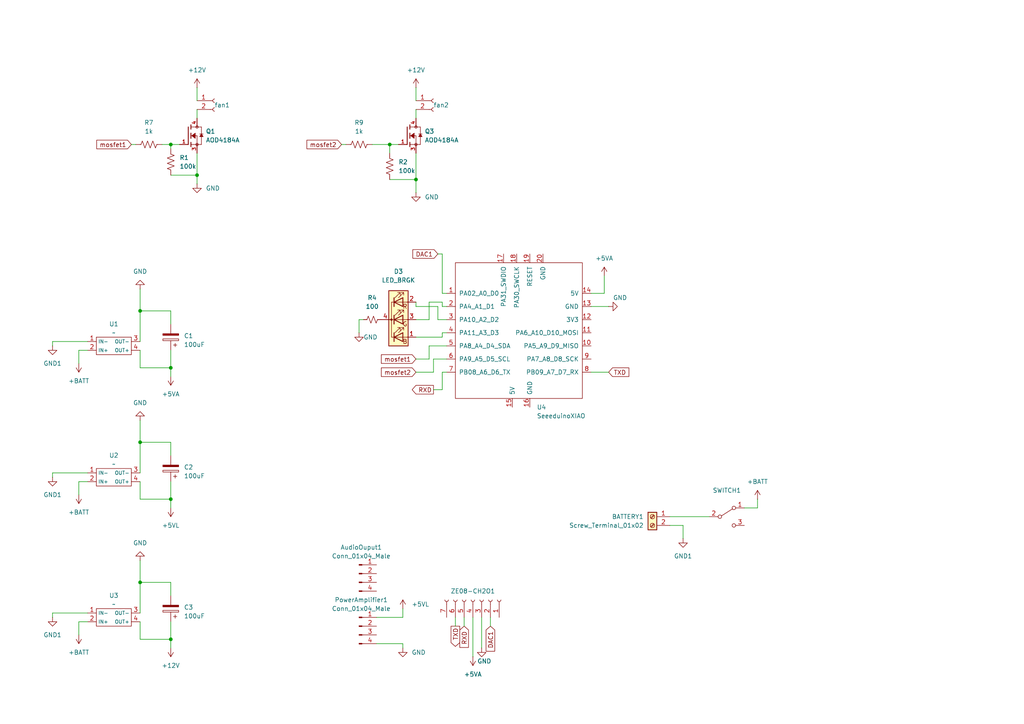
<source format=kicad_sch>
(kicad_sch (version 20231120) (generator "eeschema") (generator_version "8.0")
  (paper "A4")
  (title_block (title "PCB CIGARETTE V1") (company "UCB IMT"))
  (lib_symbols
    (symbol "AOD4184A:AOD4184A" (pin_names (offset 1.016))
      (property "Reference" "Q" (at -8.89 2.54 0))
      (property "Value" "AOD4184A" (at -8.89 -7.62 0))
      (symbol "AOD4184A_0_0"
        (polyline (pts (xy 0 2.54) (xy 0 -2.54)) (stroke (width 0.254)))
        (polyline (pts (xy 0.762 -2.54) (xy 0.762 -3.175)) (stroke (width 0.254)))
        (polyline (pts (xy 0.762 -1.905) (xy 0.762 -2.54)) (stroke (width 0.254)))
        (polyline (pts (xy 0.762 0) (xy 0.762 -0.762)) (stroke (width 0.254)))
        (polyline (pts (xy 0.762 0) (xy 2.54 0)) (stroke (width 0.1524)))
        (polyline (pts (xy 0.762 0.762) (xy 0.762 0)) (stroke (width 0.254)))
        (polyline (pts (xy 0.762 2.54) (xy 0.762 1.905)) (stroke (width 0.254)))
        (polyline (pts (xy 0.762 2.54) (xy 3.81 2.54)) (stroke (width 0.1524)))
        (polyline (pts (xy 0.762 3.175) (xy 0.762 2.54)) (stroke (width 0.254)))
        (polyline (pts (xy 2.54 -2.54) (xy 0.762 -2.54)) (stroke (width 0.1524)))
        (polyline (pts (xy 2.54 -2.54) (xy 3.81 -2.54)) (stroke (width 0.1524)))
        (polyline (pts (xy 2.54 0) (xy 2.54 -2.54)) (stroke (width 0.1524)))
        (polyline (pts (xy 3.81 0.508) (xy 3.302 0.508)) (stroke (width 0.1524)))
        (polyline (pts (xy 3.81 0.508) (xy 3.81 -2.54)) (stroke (width 0.1524)))
        (polyline (pts (xy 3.81 2.54) (xy 3.81 0.508)) (stroke (width 0.1524)))
        (polyline (pts (xy 4.318 0.508) (xy 3.81 0.508)) (stroke (width 0.1524)))
        (polyline (pts (xy 1.016 0) (xy 2.032 0.762) (xy 2.032 -0.762) (xy 1.016 0)) (stroke (width 0.1524)) (fill (type outline)))
        (polyline (pts (xy 3.81 0.508) (xy 3.302 -0.254) (xy 4.318 -0.254) (xy 3.81 0.508)) (stroke (width 0.1524)) (fill (type outline)))
        (circle (center 2.54 -2.54) (radius 0.3592))
        (circle (center 2.54 2.54) (radius 0.3592))
        (pin passive line (at -2.54 -2.54 0) (length 2.54) (name "~") (number "1"))
        (pin passive line (at 2.54 -5.08 90) (length 2.54) (name "~") (number "3"))
        (pin passive line (at 2.54 5.08 270) (length 2.54) (name "~") (number "4"))
      )
    )
    (symbol "Connector:Conn_01x02_Female" (pin_names (offset 1.016) hide)
      (property "Reference" "J" (at 0 2.54 0))
      (property "Value" "Conn_01x02_Female" (at 0 -5.08 0))
      (symbol "Conn_01x02_Female_1_1"
        (arc (start 0 -2.032) (mid -0.5058 -2.54) (end 0 -3.048) (stroke (width 0.1524)))
        (polyline (pts (xy -1.27 -2.54) (xy -0.508 -2.54)) (stroke (width 0.1524)))
        (polyline (pts (xy -1.27 0) (xy -0.508 0)) (stroke (width 0.1524)))
        (arc (start 0 0.508) (mid -0.5058 0) (end 0 -0.508) (stroke (width 0.1524)))
        (pin passive line (at -5.08 0 0) (length 3.81) (name "Pin_1") (number "1"))
        (pin passive line (at -5.08 -2.54 0) (length 3.81) (name "Pin_2") (number "2"))
      )
    )
    (symbol "Connector:Conn_01x04_Male" (pin_names (offset 1.016) hide)
      (property "Reference" "J" (at 0 5.08 0))
      (property "Value" "Conn_01x04_Male" (at 0 -7.62 0))
      (symbol "Conn_01x04_Male_1_1"
        (polyline (pts (xy 1.27 -5.08) (xy 0.8636 -5.08)) (stroke (width 0.1524)))
        (polyline (pts (xy 1.27 -2.54) (xy 0.8636 -2.54)) (stroke (width 0.1524)))
        (polyline (pts (xy 1.27 0) (xy 0.8636 0)) (stroke (width 0.1524)))
        (polyline (pts (xy 1.27 2.54) (xy 0.8636 2.54)) (stroke (width 0.1524)))
        (rectangle (start 0.8636 -4.953) (end 0 -5.207) (stroke (width 0.1524)) (fill (type outline)))
        (rectangle (start 0.8636 -2.413) (end 0 -2.667) (stroke (width 0.1524)) (fill (type outline)))
        (rectangle (start 0.8636 0.127) (end 0 -0.127) (stroke (width 0.1524)) (fill (type outline)))
        (rectangle (start 0.8636 2.667) (end 0 2.413) (stroke (width 0.1524)) (fill (type outline)))
        (pin passive line (at 5.08 2.54 180) (length 3.81) (name "Pin_1") (number "1"))
        (pin passive line (at 5.08 0 180) (length 3.81) (name "Pin_2") (number "2"))
        (pin passive line (at 5.08 -2.54 180) (length 3.81) (name "Pin_3") (number "3"))
        (pin passive line (at 5.08 -5.08 180) (length 3.81) (name "Pin_4") (number "4"))
      )
    )
    (symbol "Connector:Conn_01x07_Female" (pin_names (offset 1.016) hide)
      (property "Reference" "J" (at 0 10.16 0))
      (property "Value" "Conn_01x07_Female" (at 0 -10.16 0))
      (symbol "Conn_01x07_Female_1_1"
        (arc (start 0 -7.112) (mid -0.5058 -7.62) (end 0 -8.128) (stroke (width 0.1524)))
        (arc (start 0 -4.572) (mid -0.5058 -5.08) (end 0 -5.588) (stroke (width 0.1524)))
        (arc (start 0 -2.032) (mid -0.5058 -2.54) (end 0 -3.048) (stroke (width 0.1524)))
        (polyline (pts (xy -1.27 -7.62) (xy -0.508 -7.62)) (stroke (width 0.1524)))
        (polyline (pts (xy -1.27 -5.08) (xy -0.508 -5.08)) (stroke (width 0.1524)))
        (polyline (pts (xy -1.27 -2.54) (xy -0.508 -2.54)) (stroke (width 0.1524)))
        (polyline (pts (xy -1.27 0) (xy -0.508 0)) (stroke (width 0.1524)))
        (polyline (pts (xy -1.27 2.54) (xy -0.508 2.54)) (stroke (width 0.1524)))
        (polyline (pts (xy -1.27 5.08) (xy -0.508 5.08)) (stroke (width 0.1524)))
        (polyline (pts (xy -1.27 7.62) (xy -0.508 7.62)) (stroke (width 0.1524)))
        (arc (start 0 0.508) (mid -0.5058 0) (end 0 -0.508) (stroke (width 0.1524)))
        (arc (start 0 3.048) (mid -0.5058 2.54) (end 0 2.032) (stroke (width 0.1524)))
        (arc (start 0 5.588) (mid -0.5058 5.08) (end 0 4.572) (stroke (width 0.1524)))
        (arc (start 0 8.128) (mid -0.5058 7.62) (end 0 7.112) (stroke (width 0.1524)))
        (pin passive line (at -5.08 7.62 0) (length 3.81) (name "Pin_1") (number "1"))
        (pin passive line (at -5.08 5.08 0) (length 3.81) (name "Pin_2") (number "2"))
        (pin passive line (at -5.08 2.54 0) (length 3.81) (name "Pin_3") (number "3"))
        (pin passive line (at -5.08 0 0) (length 3.81) (name "Pin_4") (number "4"))
        (pin passive line (at -5.08 -2.54 0) (length 3.81) (name "Pin_5") (number "5"))
        (pin passive line (at -5.08 -5.08 0) (length 3.81) (name "Pin_6") (number "6"))
        (pin passive line (at -5.08 -7.62 0) (length 3.81) (name "Pin_7") (number "7"))
      )
    )
    (symbol "Connector:Screw_Terminal_01x02" (pin_names (offset 1.016) hide)
      (property "Reference" "J" (at 0 2.54 0))
      (property "Value" "Screw_Terminal_01x02" (at 0 -5.08 0))
      (symbol "Screw_Terminal_01x02_1_1"
        (rectangle (start -1.27 1.27) (end 1.27 -3.81) (stroke (width 0.254)) (fill (type background)))
        (circle (center 0 -2.54) (radius 0.635) (stroke (width 0.1524)))
        (polyline (pts (xy -0.5334 -2.2098) (xy 0.3302 -3.048)) (stroke (width 0.1524)))
        (polyline (pts (xy -0.5334 0.3302) (xy 0.3302 -0.508)) (stroke (width 0.1524)))
        (polyline (pts (xy -0.3556 -2.032) (xy 0.508 -2.8702)) (stroke (width 0.1524)))
        (polyline (pts (xy -0.3556 0.508) (xy 0.508 -0.3302)) (stroke (width 0.1524)))
        (circle (center 0 0) (radius 0.635) (stroke (width 0.1524)))
        (pin passive line (at -5.08 0 0) (length 3.81) (name "Pin_1") (number "1"))
        (pin passive line (at -5.08 -2.54 0) (length 3.81) (name "Pin_2") (number "2"))
      )
    )
    (symbol "Device:C_Polarized" (pin_numbers hide) (pin_names (offset 0.254))
      (property "Reference" "C" (at 0.635 2.54 0))
      (property "Value" "C_Polarized" (at 0.635 -2.54 0))
      (symbol "C_Polarized_0_1"
        (rectangle (start -2.286 0.508) (end 2.286 1.016))
        (polyline (pts (xy -1.778 2.286) (xy -0.762 2.286)))
        (polyline (pts (xy -1.27 2.794) (xy -1.27 1.778)))
        (rectangle (start 2.286 -0.508) (end -2.286 -1.016) (fill (type outline)))
      )
      (symbol "C_Polarized_1_1"
        (pin passive line (at 0 3.81 270) (length 2.794) (name "~") (number "1"))
        (pin passive line (at 0 -3.81 90) (length 2.794) (name "~") (number "2"))
      )
    )
    (symbol "Device:LED_BRGK" (pin_names (offset 0) hide)
      (property "Reference" "D" (at 0 9.398 0))
      (property "Value" "LED_BRGK" (at 0 -8.89 0))
      (symbol "LED_BRGK_0_0"
        (text "B" (at 1.905 -6.35 0) (effects (font (size 1.27 1.27))))
        (text "G" (at 1.905 -1.27 0) (effects (font (size 1.27 1.27))))
        (text "R" (at 1.905 3.81 0) (effects (font (size 1.27 1.27))))
      )
      (symbol "LED_BRGK_0_1"
        (circle (center -2.032 0) (radius 0.254) (fill (type outline)))
        (polyline (pts (xy -1.27 -5.08) (xy 1.27 -5.08)))
        (polyline (pts (xy -1.27 -3.81) (xy -1.27 -6.35)) (stroke (width 0.254)))
        (polyline (pts (xy -1.27 0) (xy -2.54 0)))
        (polyline (pts (xy -1.27 1.27) (xy -1.27 -1.27)) (stroke (width 0.254)))
        (polyline (pts (xy -1.27 5.08) (xy 1.27 5.08)))
        (polyline (pts (xy -1.27 6.35) (xy -1.27 3.81)) (stroke (width 0.254)))
        (polyline (pts (xy 1.27 -5.08) (xy 2.54 -5.08)))
        (polyline (pts (xy 1.27 0) (xy -1.27 0)))
        (polyline (pts (xy 1.27 0) (xy 2.54 0)))
        (polyline (pts (xy 1.27 5.08) (xy 2.54 5.08)))
        (polyline (pts (xy -1.27 1.27) (xy -1.27 -1.27) (xy -1.27 -1.27)))
        (polyline (pts (xy -1.27 6.35) (xy -1.27 3.81) (xy -1.27 3.81)))
        (polyline (pts (xy -1.27 5.08) (xy -2.032 5.08) (xy -2.032 -5.08) (xy -1.016 -5.08)))
        (polyline (pts (xy 1.27 -3.81) (xy 1.27 -6.35) (xy -1.27 -5.08) (xy 1.27 -3.81)) (stroke (width 0.254)))
        (polyline (pts (xy 1.27 1.27) (xy 1.27 -1.27) (xy -1.27 0) (xy 1.27 1.27)) (stroke (width 0.254)))
        (polyline (pts (xy 1.27 6.35) (xy 1.27 3.81) (xy -1.27 5.08) (xy 1.27 6.35)) (stroke (width 0.254)))
        (polyline (pts (xy -1.016 -3.81) (xy 0.508 -2.286) (xy -0.254 -2.286) (xy 0.508 -2.286) (xy 0.508 -3.048)))
        (polyline (pts (xy -1.016 1.27) (xy 0.508 2.794) (xy -0.254 2.794) (xy 0.508 2.794) (xy 0.508 2.032)))
        (polyline (pts (xy -1.016 6.35) (xy 0.508 7.874) (xy -0.254 7.874) (xy 0.508 7.874) (xy 0.508 7.112)))
        (polyline (pts (xy 0 -3.81) (xy 1.524 -2.286) (xy 0.762 -2.286) (xy 1.524 -2.286) (xy 1.524 -3.048)))
        (polyline (pts (xy 0 1.27) (xy 1.524 2.794) (xy 0.762 2.794) (xy 1.524 2.794) (xy 1.524 2.032)))
        (polyline (pts (xy 0 6.35) (xy 1.524 7.874) (xy 0.762 7.874) (xy 1.524 7.874) (xy 1.524 7.112)))
        (rectangle (start 1.27 -1.27) (end 1.27 1.27))
        (rectangle (start 1.27 1.27) (end 1.27 1.27))
        (rectangle (start 1.27 3.81) (end 1.27 6.35))
        (rectangle (start 1.27 6.35) (end 1.27 6.35))
        (rectangle (start 2.794 8.382) (end -2.794 -7.62) (stroke (width 0.254)) (fill (type background)))
      )
      (symbol "LED_BRGK_1_1"
        (pin passive line (at 5.08 -5.08 180) (length 2.54) (name "BA") (number "1"))
        (pin passive line (at 5.08 5.08 180) (length 2.54) (name "RA") (number "2"))
        (pin passive line (at 5.08 0 180) (length 2.54) (name "GA") (number "3"))
        (pin passive line (at -5.08 0 0) (length 2.54) (name "K") (number "4"))
      )
    )
    (symbol "Device:R_Small_US" (pin_numbers hide) (pin_names (offset 0.254) hide)
      (property "Reference" "R" (at 0.762 0.508 0))
      (property "Value" "R_Small_US" (at 0.762 -1.016 0))
      (symbol "R_Small_US_1_1"
        (polyline (pts (xy 0 0) (xy 1.016 -0.381) (xy 0 -0.762) (xy -1.016 -1.143) (xy 0 -1.524)))
        (polyline (pts (xy 0 1.524) (xy 1.016 1.143) (xy 0 0.762) (xy -1.016 0.381) (xy 0 0)))
        (pin passive line (at 0 2.54 270) (length 1.016) (name "~") (number "1"))
        (pin passive line (at 0 -2.54 90) (length 1.016) (name "~") (number "2"))
      )
    )
    (symbol "Device:R_US" (pin_numbers hide) (pin_names (offset 0))
      (property "Reference" "R" (at 2.54 0 90))
      (property "Value" "R_US" (at -2.54 0 90))
      (symbol "R_US_0_1"
        (polyline (pts (xy 0 -2.286) (xy 0 -2.54)))
        (polyline (pts (xy 0 2.286) (xy 0 2.54)))
        (polyline (pts (xy 0 -0.762) (xy 1.016 -1.143) (xy 0 -1.524) (xy -1.016 -1.905) (xy 0 -2.286)))
        (polyline (pts (xy 0 0.762) (xy 1.016 0.381) (xy 0 0) (xy -1.016 -0.381) (xy 0 -0.762)))
        (polyline (pts (xy 0 2.286) (xy 1.016 1.905) (xy 0 1.524) (xy -1.016 1.143) (xy 0 0.762)))
      )
      (symbol "R_US_1_1"
        (pin passive line (at 0 3.81 270) (length 1.27) (name "~") (number "1"))
        (pin passive line (at 0 -3.81 90) (length 1.27) (name "~") (number "2"))
      )
    )
    (symbol "MT3608:MT3608"
      (property "Reference" "U" (at 12.954 1.524 0))
      (symbol "MT3608_0_1"
        (rectangle (start 7.62 7.62) (end 17.78 2.54))
      )
      (symbol "MT3608_1_1"
        (pin input line (at 5.08 6.35 0) (length 2.54) (name "IN-") (number "1"))
        (pin input line (at 5.08 3.81 0) (length 2.54) (name "IN+") (number "2"))
        (pin output line (at 20.32 6.35 180) (length 2.54) (name "OUT-") (number "3"))
        (pin output line (at 20.32 3.81 180) (length 2.54) (name "OUT+") (number "4"))
      )
    )
    (symbol "Seeeduino XIAO:SeeeduinoXIAO" (pin_names (offset 1.016))
      (property "Reference" "U" (at -19.05 22.86 0))
      (property "Value" "SeeeduinoXIAO" (at -12.7 21.59 0))
      (symbol "SeeeduinoXIAO_0_1"
        (rectangle (start -19.05 20.32) (end 17.78 -19.05))
      )
      (symbol "SeeeduinoXIAO_1_1"
        (pin unspecified line (at -21.59 11.43 0) (length 2.54) (name "PA02_A0_D0") (number "1"))
        (pin unspecified line (at 20.32 -3.81 180) (length 2.54) (name "PA5_A9_D9_MISO") (number "10"))
        (pin unspecified line (at 20.32 0 180) (length 2.54) (name "PA6_A10_D10_MOSI") (number "11"))
        (pin unspecified line (at 20.32 3.81 180) (length 2.54) (name "3V3") (number "12"))
        (pin unspecified line (at 20.32 7.62 180) (length 2.54) (name "GND") (number "13"))
        (pin unspecified line (at 20.32 11.43 180) (length 2.54) (name "5V") (number "14"))
        (pin input line (at -2.54 -21.59 90) (length 2.54) (name "5V") (number "15"))
        (pin input line (at 2.54 -21.59 90) (length 2.54) (name "GND") (number "16"))
        (pin input line (at -5.08 22.86 270) (length 2.54) (name "PA31_SWDIO") (number "17"))
        (pin input line (at -1.27 22.86 270) (length 2.54) (name "PA30_SWCLK") (number "18"))
        (pin input line (at 2.54 22.86 270) (length 2.54) (name "RESET") (number "19"))
        (pin unspecified line (at -21.59 7.62 0) (length 2.54) (name "PA4_A1_D1") (number "2"))
        (pin input line (at 6.35 22.86 270) (length 2.54) (name "GND") (number "20"))
        (pin unspecified line (at -21.59 3.81 0) (length 2.54) (name "PA10_A2_D2") (number "3"))
        (pin unspecified line (at -21.59 0 0) (length 2.54) (name "PA11_A3_D3") (number "4"))
        (pin unspecified line (at -21.59 -3.81 0) (length 2.54) (name "PA8_A4_D4_SDA") (number "5"))
        (pin unspecified line (at -21.59 -7.62 0) (length 2.54) (name "PA9_A5_D5_SCL") (number "6"))
        (pin unspecified line (at -21.59 -11.43 0) (length 2.54) (name "PB08_A6_D6_TX") (number "7"))
        (pin unspecified line (at 20.32 -11.43 180) (length 2.54) (name "PB09_A7_D7_RX") (number "8"))
        (pin unspecified line (at 20.32 -7.62 180) (length 2.54) (name "PA7_A8_D8_SCK") (number "9"))
      )
    )
    (symbol "Switch:SW_SPDT" (pin_names (offset 0) hide)
      (property "Reference" "SW" (at 0 4.318 0))
      (property "Value" "SW_SPDT" (at 0 -5.08 0))
      (symbol "SW_SPDT_0_0"
        (circle (center -2.032 0) (radius 0.508))
        (circle (center 2.032 -2.54) (radius 0.508))
      )
      (symbol "SW_SPDT_0_1"
        (polyline (pts (xy -1.524 0.254) (xy 1.651 2.286)))
        (circle (center 2.032 2.54) (radius 0.508))
      )
      (symbol "SW_SPDT_1_1"
        (pin passive line (at 5.08 2.54 180) (length 2.54) (name "A") (number "1"))
        (pin passive line (at -5.08 0 0) (length 2.54) (name "B") (number "2"))
        (pin passive line (at 5.08 -2.54 180) (length 2.54) (name "C") (number "3"))
      )
    )
    (symbol "power:+12V" (power) (pin_numbers hide) (pin_names (offset 0) hide)
      (property "Value" "+12V" (at 0 3.556 0))
      (symbol "+12V_0_1"
        (polyline (pts (xy -0.762 1.27) (xy 0 2.54)))
        (polyline (pts (xy 0 0) (xy 0 2.54)))
        (polyline (pts (xy 0 2.54) (xy 0.762 1.27)))
      )
      (symbol "+12V_1_1"
        (pin power_in line (at 0 0 90) (length 0) (name "~") (number "1"))
      )
    )
    (symbol "power:+5VA" (power) (pin_numbers hide) (pin_names (offset 0) hide)
      (property "Value" "+5VA" (at 0 3.556 0))
      (symbol "+5VA_0_1"
        (polyline (pts (xy -0.762 1.27) (xy 0 2.54)))
        (polyline (pts (xy 0 0) (xy 0 2.54)))
        (polyline (pts (xy 0 2.54) (xy 0.762 1.27)))
      )
      (symbol "+5VA_1_1"
        (pin power_in line (at 0 0 90) (length 0) (name "~") (number "1"))
      )
    )
    (symbol "power:+5VL" (power) (pin_numbers hide) (pin_names (offset 0) hide)
      (property "Value" "+5VL" (at 0 3.556 0))
      (symbol "+5VL_0_1"
        (polyline (pts (xy -0.762 1.27) (xy 0 2.54)))
        (polyline (pts (xy 0 0) (xy 0 2.54)))
        (polyline (pts (xy 0 2.54) (xy 0.762 1.27)))
      )
      (symbol "+5VL_1_1"
        (pin power_in line (at 0 0 90) (length 0) (name "~") (number "1"))
      )
    )
    (symbol "power:+BATT" (power) (pin_numbers hide) (pin_names (offset 0) hide)
      (property "Value" "+BATT" (at 0 3.556 0))
      (symbol "+BATT_0_1"
        (polyline (pts (xy -0.762 1.27) (xy 0 2.54)))
        (polyline (pts (xy 0 0) (xy 0 2.54)))
        (polyline (pts (xy 0 2.54) (xy 0.762 1.27)))
      )
      (symbol "+BATT_1_1"
        (pin power_in line (at 0 0 90) (length 0) (name "~") (number "1"))
      )
    )
    (symbol "power:GND" (power) (pin_numbers hide) (pin_names (offset 0) hide)
      (property "Value" "GND" (at 0 -3.81 0))
      (symbol "GND_0_1"
        (polyline (pts (xy 0 0) (xy 0 -1.27) (xy 1.27 -1.27) (xy 0 -2.54) (xy -1.27 -1.27) (xy 0 -1.27)))
      )
      (symbol "GND_1_1"
        (pin power_in line (at 0 0 270) (length 0) (name "~") (number "1"))
      )
    )
    (symbol "power:GND1" (power) (pin_numbers hide) (pin_names (offset 0) hide)
      (property "Value" "GND1" (at 0 -3.81 0))
      (symbol "GND1_0_1"
        (polyline (pts (xy 0 0) (xy 0 -1.27) (xy 1.27 -1.27) (xy 0 -2.54) (xy -1.27 -1.27) (xy 0 -1.27)))
      )
      (symbol "GND1_1_1"
        (pin power_in line (at 0 0 270) (length 0) (name "~") (number "1"))
      )
    )
  )
  (junction (at 49.53 144.78))
  (junction (at 57.15 50.8))
  (junction (at 40.64 168.91))
  (junction (at 49.53 185.42))
  (junction (at 40.64 128.27))
  (junction (at 49.53 106.68))
  (junction (at 40.64 90.17))
  (junction (at 49.53 41.91))
  (junction (at 113.03 41.91))
  (junction (at 120.65 52.07))
  (wire (pts (xy 194.31 149.86) (xy 205.74 149.86)))
  (wire (pts (xy 22.86 101.6) (xy 25.4 101.6)))
  (wire (pts (xy 40.64 128.27) (xy 40.64 137.16)))
  (wire (pts (xy 40.64 121.92) (xy 40.64 128.27)))
  (wire (pts (xy 120.65 107.95) (xy 125.73 107.95)))
  (wire (pts (xy 129.54 96.52) (xy 128.27 96.52)))
  (wire (pts (xy 57.15 31.75) (xy 57.15 34.29)))
  (wire (pts (xy 128.27 87.63) (xy 124.46 87.63)))
  (wire (pts (xy 113.03 41.91) (xy 115.57 41.91)))
  (wire (pts (xy 127 73.66) (xy 128.27 73.66)))
  (wire (pts (xy 128.27 85.09) (xy 129.54 85.09)))
  (wire (pts (xy 49.53 128.27) (xy 49.53 132.08)))
  (wire (pts (xy 99.06 41.91) (xy 100.33 41.91)))
  (wire (pts (xy 15.24 179.07) (xy 15.24 177.8)))
  (wire (pts (xy 40.64 106.68) (xy 49.53 106.68)))
  (wire (pts (xy 125.73 104.14) (xy 129.54 104.14)))
  (wire (pts (xy 15.24 99.06) (xy 25.4 99.06)))
  (wire (pts (xy 22.86 143.51) (xy 22.86 139.7)))
  (wire (pts (xy 40.64 90.17) (xy 49.53 90.17)))
  (wire (pts (xy 40.64 90.17) (xy 40.64 99.06)))
  (wire (pts (xy 124.46 92.71) (xy 120.65 92.71)))
  (wire (pts (xy 125.73 113.03) (xy 128.27 113.03)))
  (wire (pts (xy 128.27 113.03) (xy 128.27 107.95)))
  (wire (pts (xy 40.64 168.91) (xy 49.53 168.91)))
  (wire (pts (xy 107.95 41.91) (xy 113.03 41.91)))
  (wire (pts (xy 128.27 88.9) (xy 128.27 87.63)))
  (wire (pts (xy 128.27 107.95) (xy 129.54 107.95)))
  (wire (pts (xy 49.53 41.91) (xy 52.07 41.91)))
  (wire (pts (xy 49.53 185.42) (xy 49.53 180.34)))
  (wire (pts (xy 49.53 185.42) (xy 49.53 187.96)))
  (wire (pts (xy 120.65 104.14) (xy 124.46 104.14)))
  (wire (pts (xy 49.53 41.91) (xy 49.53 43.18)))
  (wire (pts (xy 124.46 100.33) (xy 129.54 100.33)))
  (wire (pts (xy 142.24 179.07) (xy 142.24 181.61)))
  (wire (pts (xy 104.14 92.71) (xy 104.14 96.52)))
  (wire (pts (xy 116.84 176.53) (xy 116.84 179.07)))
  (wire (pts (xy 49.53 144.78) (xy 49.53 147.32)))
  (wire (pts (xy 49.53 106.68) (xy 49.53 109.22)))
  (wire (pts (xy 22.86 184.15) (xy 22.86 180.34)))
  (wire (pts (xy 49.53 168.91) (xy 49.53 172.72)))
  (wire (pts (xy 128.27 73.66) (xy 128.27 85.09)))
  (wire (pts (xy 137.16 179.07) (xy 137.16 190.5)))
  (wire (pts (xy 198.12 152.4) (xy 194.31 152.4)))
  (wire (pts (xy 120.65 52.07) (xy 120.65 55.88)))
  (wire (pts (xy 171.45 107.95) (xy 176.53 107.95)))
  (wire (pts (xy 175.26 85.09) (xy 171.45 85.09)))
  (wire (pts (xy 38.1 41.91) (xy 39.37 41.91)))
  (wire (pts (xy 120.65 31.75) (xy 120.65 34.29)))
  (wire (pts (xy 120.65 88.9) (xy 120.65 87.63)))
  (wire (pts (xy 104.14 92.71) (xy 105.41 92.71)))
  (wire (pts (xy 124.46 87.63) (xy 124.46 92.71)))
  (wire (pts (xy 22.86 139.7) (xy 25.4 139.7)))
  (wire (pts (xy 116.84 179.07) (xy 109.22 179.07)))
  (wire (pts (xy 15.24 137.16) (xy 25.4 137.16)))
  (wire (pts (xy 120.65 97.79) (xy 128.27 97.79)))
  (wire (pts (xy 120.65 25.4) (xy 120.65 29.21)))
  (wire (pts (xy 57.15 44.45) (xy 57.15 50.8)))
  (wire (pts (xy 125.73 107.95) (xy 125.73 104.14)))
  (wire (pts (xy 15.24 100.33) (xy 15.24 99.06)))
  (wire (pts (xy 57.15 50.8) (xy 57.15 53.34)))
  (wire (pts (xy 116.84 187.96) (xy 116.84 186.69)))
  (wire (pts (xy 49.53 50.8) (xy 57.15 50.8)))
  (wire (pts (xy 124.46 104.14) (xy 124.46 100.33)))
  (wire (pts (xy 129.54 92.71) (xy 127 92.71)))
  (wire (pts (xy 128.27 96.52) (xy 128.27 97.79)))
  (wire (pts (xy 113.03 41.91) (xy 113.03 44.45)))
  (wire (pts (xy 22.86 105.41) (xy 22.86 101.6)))
  (wire (pts (xy 57.15 25.4) (xy 57.15 29.21)))
  (wire (pts (xy 219.71 147.32) (xy 215.9 147.32)))
  (wire (pts (xy 40.64 101.6) (xy 40.64 106.68)))
  (wire (pts (xy 219.71 144.78) (xy 219.71 147.32)))
  (wire (pts (xy 40.64 128.27) (xy 49.53 128.27)))
  (wire (pts (xy 120.65 44.45) (xy 120.65 52.07)))
  (wire (pts (xy 40.64 185.42) (xy 49.53 185.42)))
  (wire (pts (xy 40.64 139.7) (xy 40.64 144.78)))
  (wire (pts (xy 40.64 180.34) (xy 40.64 185.42)))
  (wire (pts (xy 49.53 106.68) (xy 49.53 101.6)))
  (wire (pts (xy 49.53 90.17) (xy 49.53 93.98)))
  (wire (pts (xy 198.12 152.4) (xy 198.12 156.21)))
  (wire (pts (xy 40.64 83.82) (xy 40.64 90.17)))
  (wire (pts (xy 40.64 144.78) (xy 49.53 144.78)))
  (wire (pts (xy 15.24 138.43) (xy 15.24 137.16)))
  (wire (pts (xy 46.99 41.91) (xy 49.53 41.91)))
  (wire (pts (xy 134.62 179.07) (xy 134.62 181.61)))
  (wire (pts (xy 109.22 186.69) (xy 116.84 186.69)))
  (wire (pts (xy 15.24 177.8) (xy 25.4 177.8)))
  (wire (pts (xy 127 92.71) (xy 127 88.9)))
  (wire (pts (xy 113.03 52.07) (xy 120.65 52.07)))
  (wire (pts (xy 132.08 179.07) (xy 132.08 181.61)))
  (wire (pts (xy 175.26 80.01) (xy 175.26 85.09)))
  (wire (pts (xy 127 88.9) (xy 120.65 88.9)))
  (wire (pts (xy 40.64 162.56) (xy 40.64 168.91)))
  (wire (pts (xy 171.45 88.9) (xy 176.53 88.9)))
  (wire (pts (xy 22.86 180.34) (xy 25.4 180.34)))
  (wire (pts (xy 139.7 179.07) (xy 139.7 187.96)))
  (wire (pts (xy 40.64 168.91) (xy 40.64 177.8)))
  (wire (pts (xy 49.53 144.78) (xy 49.53 139.7)))
  (wire (pts (xy 129.54 88.9) (xy 128.27 88.9)))
  (global_label "TXD" (shape input) (at 176.53 107.95 0) (property "Intersheetrefs" "${INTERSHEET_REFS}" (effects (hide yes))))
  (global_label "TXD" (shape output) (at 132.08 181.61 270) (property "Intersheetrefs" "${INTERSHEET_REFS}" (effects (hide yes))))
  (global_label "RXD" (shape output) (at 125.73 113.03 180) (property "Intersheetrefs" "${INTERSHEET_REFS}" (effects (hide yes))))
  (global_label "DAC1" (shape input) (at 142.24 181.61 270) (property "Intersheetrefs" "${INTERSHEET_REFS}" (effects (hide yes))))
  (global_label "mosfet1" (shape input) (at 38.1 41.91 180) (property "Intersheetrefs" "${INTERSHEET_REFS}" (effects (hide yes))))
  (global_label "mosfet2" (shape input) (at 99.06 41.91 180) (property "Intersheetrefs" "${INTERSHEET_REFS}" (effects (hide yes))))
  (global_label "DAC1" (shape input) (at 127 73.66 180) (property "Intersheetrefs" "${INTERSHEET_REFS}" (effects (hide yes))))
  (global_label "RXD" (shape input) (at 134.62 181.61 270) (property "Intersheetrefs" "${INTERSHEET_REFS}" (effects (hide yes))))
  (global_label "mosfet1" (shape input) (at 120.65 104.14 180) (property "Intersheetrefs" "${INTERSHEET_REFS}" (effects (hide yes))))
  (global_label "mosfet2" (shape input) (at 120.65 107.95 180) (property "Intersheetrefs" "${INTERSHEET_REFS}" (effects (hide yes))))
  (symbol (lib_id "power:GND1") (at 15.24 100.33 0) (unit 1)
    (property "Reference" "#PWR02" (effects (hide yes)))
    (property "Value" "GND1" (at 15.24 105.41 0))
    (property "Description" "Power symbol creates a global label with name \"GND1\" , ground" (effects (hide yes)))
  )
  (symbol (lib_id "MT3608:MT3608") (at 20.32 105.41 0) (unit 1)
    (property "Reference" "U1" (at 33.02 93.98 0))
    (property "Value" "~" (at 33.02 96.52 0))
    (property "Footprint" "MT3608:MT3608" (effects (hide yes)))
  )
  (symbol (lib_id "power:+5VA") (at 137.16 190.5 180) (unit 1)
    (property "Reference" "#PWR014" (effects (hide yes)))
    (property "Value" "+5VA" (at 137.16 195.58 0))
    (property "Description" "Power symbol creates a global label with name \"+5VA\"" (effects (hide yes)))
  )
  (symbol (lib_id "Device:LED_BRGK") (at 115.57 92.71 0) (unit 1)
    (property "Reference" "D3" (at 115.57 78.74 0))
    (property "Value" "LED_BRGK" (at 115.57 81.28 0))
    (property "Footprint" "Connector_Molex:Molex_KK-254_AE-6410-04A_1x04_P2.54mm_Vertical" (effects (hide yes)))
    (property "Description" "RGB LED, blue/red/green/cathode" (effects (hide yes)))
  )
  (symbol (lib_id "Device:R_US") (at 49.53 46.99 0) (unit 1)
    (property "Reference" "R1" (at 52.07 45.7199 0) (effects (justify left)))
    (property "Value" "100k" (at 52.07 48.2599 0) (effects (justify left)))
    (property "Footprint" "Resistor_SMD:R_0805_2012Metric" (effects (hide yes)))
    (property "Description" "Resistor, US symbol" (effects (hide yes)))
  )
  (symbol (lib_id "power:GND") (at 116.84 187.96 0) (unit 1)
    (property "Reference" "#PWR0116" (effects (hide yes)))
    (property "Value" "GND" (at 119.38 189.2299 0) (effects (justify left)))
    (property "Description" "Power symbol creates a global label with name \"GND\" , ground" (effects (hide yes)))
  )
  (symbol (lib_id "power:GND") (at 40.64 83.82 180) (unit 1)
    (property "Reference" "#PWR06" (effects (hide yes)))
    (property "Value" "GND" (at 40.64 78.74 0))
    (property "Description" "Power symbol creates a global label with name \"GND\" , ground" (effects (hide yes)))
  )
  (symbol (lib_id "power:+5VA") (at 175.26 80.01 0) (unit 1)
    (property "Reference" "#PWR0111" (effects (hide yes)))
    (property "Value" "+5VA" (at 175.26 74.93 0))
    (property "Description" "Power symbol creates a global label with name \"+5VA\"" (effects (hide yes)))
  )
  (symbol (lib_id "Connector:Conn_01x04_Male") (at 104.14 181.61 0) (unit 1)
    (property "Reference" "PowerAmplifier1" (at 104.775 173.99 0))
    (property "Value" "Conn_01x04_Male" (at 104.775 176.53 0))
    (property "Footprint" "Connector_Molex:Molex_KK-254_AE-6410-04A_1x04_P2.54mm_Vertical" (effects (hide yes)))
  )
  (symbol (lib_id "Connector:Screw_Terminal_01x02") (at 189.23 149.86 0) (mirror y) (unit 1)
    (property "Reference" "BATTERY1" (at 186.69 149.8599 0) (effects (justify left)))
    (property "Value" "Screw_Terminal_01x02" (at 186.69 152.3999 0) (effects (justify left)))
    (property "Footprint" "TerminalBlock_Phoenix:TerminalBlock_Phoenix_PT-1,5-2-5.0-H_1x02_P5.00mm_Horizontal" (effects (hide yes)))
    (property "Description" "Generic screw terminal, single row, 01x02, script generated (kicad-library-utils/schlib/autogen/connector/)" (effects (hide yes)))
  )
  (symbol (lib_id "Switch:SW_SPDT") (at 210.82 149.86 0) (unit 1)
    (property "Reference" "SWITCH1" (at 210.82 142.24 0))
    (property "Value" "SW_SPDT" (effects (hide yes)))
    (property "Footprint" "Connector_Molex:Molex_KK-254_AE-6410-03A_1x03_P2.54mm_Vertical" (effects (hide yes)))
    (property "Description" "Switch, single pole double throw" (effects (hide yes)))
  )
  (symbol (lib_id "Device:C_Polarized") (at 49.53 97.79 180) (unit 1)
    (property "Reference" "C1" (at 53.34 97.4089 0) (effects (justify right)))
    (property "Value" "100uF" (at 53.34 99.9489 0) (effects (justify right)))
    (property "Footprint" "Capacitor_THT:C_Radial_D8.0mm_H7.0mm_P3.50mm" (effects (hide yes)))
    (property "Description" "Polarized capacitor" (effects (hide yes)))
  )
  (symbol (lib_id "power:+12V") (at 57.15 25.4 0) (unit 1)
    (property "Reference" "#PWR0118" (effects (hide yes)))
    (property "Value" "+12V" (at 57.15 20.32 0))
    (property "Description" "Power symbol creates a global label with name \"+12V\"" (effects (hide yes)))
  )
  (symbol (lib_id "power:GND") (at 120.65 55.88 0) (unit 1)
    (property "Reference" "#PWR0126" (effects (hide yes)))
    (property "Value" "GND" (at 123.19 57.1499 0) (effects (justify left)))
    (property "Description" "Power symbol creates a global label with name \"GND\" , ground" (effects (hide yes)))
  )
  (symbol (lib_id "Device:C_Polarized") (at 49.53 135.89 180) (unit 1)
    (property "Reference" "C2" (at 53.34 135.5089 0) (effects (justify right)))
    (property "Value" "100uF" (at 53.34 138.0489 0) (effects (justify right)))
    (property "Footprint" "Capacitor_THT:C_Radial_D8.0mm_H7.0mm_P3.50mm" (effects (hide yes)))
    (property "Description" "Polarized capacitor" (effects (hide yes)))
  )
  (symbol (lib_id "power:+5VL") (at 49.53 147.32 180) (unit 1)
    (property "Reference" "#PWR0115" (effects (hide yes)))
    (property "Value" "+5VL" (at 49.53 152.4 0))
    (property "Description" "Power symbol creates a global label with name \"+5VL\"" (effects (hide yes)))
  )
  (symbol (lib_id "MT3608:MT3608") (at 20.32 184.15 0) (unit 1)
    (property "Reference" "U3" (at 33.02 172.72 0))
    (property "Value" "~" (at 33.02 175.26 0))
    (property "Footprint" "MT3608:MT3608" (effects (hide yes)))
  )
  (symbol (lib_id "power:GND") (at 57.15 53.34 0) (unit 1)
    (property "Reference" "#PWR0119" (effects (hide yes)))
    (property "Value" "GND" (at 59.69 54.6099 0) (effects (justify left)))
    (property "Description" "Power symbol creates a global label with name \"GND\" , ground" (effects (hide yes)))
  )
  (symbol (lib_id "Device:R_US") (at 113.03 48.26 0) (unit 1)
    (property "Reference" "R2" (at 115.57 46.9899 0) (effects (justify left)))
    (property "Value" "100k" (at 115.57 49.5299 0) (effects (justify left)))
    (property "Footprint" "Resistor_SMD:R_0805_2012Metric" (effects (hide yes)))
    (property "Description" "Resistor, US symbol" (effects (hide yes)))
  )
  (symbol (lib_id "Connector:Conn_01x07_Female") (at 137.16 173.99 270) (mirror x) (unit 1)
    (property "Reference" "ZE08-CH2O1" (at 137.16 171.45 90))
    (property "Value" "Conn_01x07_Female" (effects (hide yes)))
    (property "Footprint" "Connector_Molex:Molex_KK-254_AE-6410-07A_1x07_P2.54mm_Vertical" (effects (hide yes)))
  )
  (symbol (lib_id "power:GND") (at 176.53 88.9 90) (unit 1)
    (property "Reference" "#PWR0112" (effects (hide yes)))
    (property "Value" "GND" (at 177.8 86.36 90) (effects (justify right)))
    (property "Description" "Power symbol creates a global label with name \"GND\" , ground" (effects (hide yes)))
  )
  (symbol (lib_id "power:GND") (at 40.64 121.92 180) (unit 1)
    (property "Reference" "#PWR09" (effects (hide yes)))
    (property "Value" "GND" (at 40.64 116.84 0))
    (property "Description" "Power symbol creates a global label with name \"GND\" , ground" (effects (hide yes)))
  )
  (symbol (lib_id "power:GND") (at 40.64 162.56 180) (unit 1)
    (property "Reference" "#PWR012" (effects (hide yes)))
    (property "Value" "GND" (at 40.64 157.48 0))
    (property "Description" "Power symbol creates a global label with name \"GND\" , ground" (effects (hide yes)))
  )
  (symbol (lib_id "Device:C_Polarized") (at 49.53 176.53 180) (unit 1)
    (property "Reference" "C3" (at 53.34 176.1489 0) (effects (justify right)))
    (property "Value" "100uF" (at 53.34 178.6889 0) (effects (justify right)))
    (property "Footprint" "Capacitor_THT:C_Radial_D8.0mm_H7.0mm_P3.50mm" (effects (hide yes)))
    (property "Description" "Polarized capacitor" (effects (hide yes)))
  )
  (symbol (lib_id "power:GND") (at 139.7 187.96 0) (unit 1)
    (property "Reference" "#PWR0113" (effects (hide yes)))
    (property "Value" "GND" (at 138.43 191.77 0) (effects (justify left)))
    (property "Description" "Power symbol creates a global label with name \"GND\" , ground" (effects (hide yes)))
  )
  (symbol (lib_id "AOD4184A:AOD4184A") (at 54.61 39.37 0) (unit 1)
    (property "Reference" "Q1" (at 59.69 38.0999 0) (effects (justify left)))
    (property "Value" "AOD4184A" (at 59.69 40.6399 0) (effects (justify left)))
    (property "Footprint" "AOD4184A:DPAK228P994X240-4N" (effects (hide yes)))
    (property "Description" "\nN-Channel 40V 13A (Ta), 50A (Tc) 2.3W (Ta), 50W (Tc) Surface Mount TO-252, (D-Pak)\n" (effects (hide yes)))
    (property "MF" "Alpha &" (effects (hide yes)))
    (property "MAXIMUM_PACKAGE_HEIGHT" "2.4mm" (effects (hide yes)))
    (property "Package" "TO-252 Alpha &amp; Omega Semiconductor" (effects (hide yes)))
    (property "Price" "None" (effects (hide yes)))
    (property "Check_prices" "https://www.snapeda.com/parts/AOD4184A/Alpha+%2526+Omega+Semiconductor+Inc./view-part/?ref=eda" (effects (hide yes)))
    (property "STANDARD" "IPC-7351B" (effects (hide yes)))
    (property "PARTREV" "0" (effects (hide yes)))
    (property "SnapEDA_Link" "https://www.snapeda.com/parts/AOD4184A/Alpha+%2526+Omega+Semiconductor+Inc./view-part/?ref=snap" (effects (hide yes)))
    (property "MP" "AOD4184A" (effects (hide yes)))
    (property "Availability" "In Stock" (effects (hide yes)))
    (property "MANUFACTURER" "Alpha and Omega" (effects (hide yes)))
    (property "Description_1" "\nN-Channel 40V 13A (Ta), 50A (Tc) 2.3W (Ta), 50W (Tc) Surface Mount TO-252, (D-Pak)\n" (effects (hide yes)))
  )
  (symbol (lib_id "power:+5VL") (at 116.84 176.53 0) (unit 1)
    (property "Reference" "#PWR0117" (effects (hide yes)))
    (property "Value" "+5VL" (at 119.38 175.2599 0) (effects (justify left)))
    (property "Description" "Power symbol creates a global label with name \"+5VL\"" (effects (hide yes)))
  )
  (symbol (lib_id "MT3608:MT3608") (at 20.32 143.51 0) (unit 1)
    (property "Reference" "U2" (at 33.02 132.08 0))
    (property "Value" "~" (at 33.02 134.62 0))
    (property "Footprint" "MT3608:MT3608" (effects (hide yes)))
  )
  (symbol (lib_id "power:+12V") (at 49.53 187.96 180) (unit 1)
    (property "Reference" "#PWR05" (effects (hide yes)))
    (property "Value" "+12V" (at 49.53 193.04 0))
    (property "Description" "Power symbol creates a global label with name \"+12V\"" (effects (hide yes)))
  )
  (symbol (lib_id "Device:R_US") (at 43.18 41.91 270) (unit 1)
    (property "Reference" "R7" (at 43.18 35.56 90))
    (property "Value" "1k" (at 43.18 38.1 90))
    (property "Footprint" "Resistor_SMD:R_0805_2012Metric" (effects (hide yes)))
    (property "Description" "Resistor, US symbol" (effects (hide yes)))
  )
  (symbol (lib_id "power:+BATT") (at 22.86 184.15 180) (unit 1)
    (property "Reference" "#PWR011" (effects (hide yes)))
    (property "Value" "+BATT" (at 22.86 189.23 0))
    (property "Description" "Power symbol creates a global label with name \"+BATT\"" (effects (hide yes)))
  )
  (symbol (lib_id "power:+BATT") (at 219.71 144.78 0) (unit 1)
    (property "Reference" "#PWR08" (effects (hide yes)))
    (property "Value" "+BATT" (at 219.71 139.7 0))
    (property "Description" "Power symbol creates a global label with name \"+BATT\"" (effects (hide yes)))
  )
  (symbol (lib_id "power:+BATT") (at 22.86 105.41 180) (unit 1)
    (property "Reference" "#PWR01" (effects (hide yes)))
    (property "Value" "+BATT" (at 22.86 110.49 0))
    (property "Description" "Power symbol creates a global label with name \"+BATT\"" (effects (hide yes)))
  )
  (symbol (lib_id "power:GND1") (at 15.24 138.43 0) (unit 1)
    (property "Reference" "#PWR03" (effects (hide yes)))
    (property "Value" "GND1" (at 15.24 143.51 0))
    (property "Description" "Power symbol creates a global label with name \"GND1\" , ground" (effects (hide yes)))
  )
  (symbol (lib_id "Connector:Conn_01x02_Female") (at 125.73 29.21 0) (unit 1)
    (property "Reference" "fan2" (at 125.73 30.48 0) (effects (justify left)))
    (property "Value" "Conn_01x02_Female" (effects (hide yes)))
    (property "Footprint" "Connector_Molex:Molex_KK-254_AE-6410-02A_1x02_P2.54mm_Vertical" (effects (hide yes)))
  )
  (symbol (lib_id "power:GND1") (at 15.24 179.07 0) (unit 1)
    (property "Reference" "#PWR010" (effects (hide yes)))
    (property "Value" "GND1" (at 15.24 184.15 0))
    (property "Description" "Power symbol creates a global label with name \"GND1\" , ground" (effects (hide yes)))
  )
  (symbol (lib_id "power:+BATT") (at 22.86 143.51 180) (unit 1)
    (property "Reference" "#PWR04" (effects (hide yes)))
    (property "Value" "+BATT" (at 22.86 148.59 0))
    (property "Description" "Power symbol creates a global label with name \"+BATT\"" (effects (hide yes)))
  )
  (symbol (lib_id "AOD4184A:AOD4184A") (at 118.11 39.37 0) (unit 1)
    (property "Reference" "Q3" (at 123.19 38.0999 0) (effects (justify left)))
    (property "Value" "AOD4184A" (at 123.19 40.6399 0) (effects (justify left)))
    (property "Footprint" "AOD4184A:DPAK228P994X240-4N" (effects (hide yes)))
    (property "Description" "\nN-Channel 40V 13A (Ta), 50A (Tc) 2.3W (Ta), 50W (Tc) Surface Mount TO-252, (D-Pak)\n" (effects (hide yes)))
    (property "MF" "Alpha &" (effects (hide yes)))
    (property "MAXIMUM_PACKAGE_HEIGHT" "2.4mm" (effects (hide yes)))
    (property "Package" "TO-252 Alpha &amp; Omega Semiconductor" (effects (hide yes)))
    (property "Price" "None" (effects (hide yes)))
    (property "Check_prices" "https://www.snapeda.com/parts/AOD4184A/Alpha+%2526+Omega+Semiconductor+Inc./view-part/?ref=eda" (effects (hide yes)))
    (property "STANDARD" "IPC-7351B" (effects (hide yes)))
    (property "PARTREV" "0" (effects (hide yes)))
    (property "SnapEDA_Link" "https://www.snapeda.com/parts/AOD4184A/Alpha+%2526+Omega+Semiconductor+Inc./view-part/?ref=snap" (effects (hide yes)))
    (property "MP" "AOD4184A" (effects (hide yes)))
    (property "Availability" "In Stock" (effects (hide yes)))
    (property "MANUFACTURER" "Alpha and Omega" (effects (hide yes)))
    (property "Description_1" "\nN-Channel 40V 13A (Ta), 50A (Tc) 2.3W (Ta), 50W (Tc) Surface Mount TO-252, (D-Pak)\n" (effects (hide yes)))
  )
  (symbol (lib_id "power:+12V") (at 120.65 25.4 0) (unit 1)
    (property "Reference" "#PWR0128" (effects (hide yes)))
    (property "Value" "+12V" (at 120.65 20.32 0))
    (property "Description" "Power symbol creates a global label with name \"+12V\"" (effects (hide yes)))
  )
  (symbol (lib_id "Seeeduino XIAO:SeeeduinoXIAO") (at 151.13 96.52 0) (unit 1)
    (property "Reference" "U4" (at 155.6894 118.11 0) (effects (justify left)))
    (property "Value" "SeeeduinoXIAO" (at 155.6894 120.65 0) (effects (justify left)))
    (property "Footprint" "Seeeduino XIAO KICAD:Seeeduino XIAO-MOUDLE14P-2.54-21X17.8MM" (effects (hide yes)))
  )
  (symbol (lib_id "Connector:Conn_01x02_Female") (at 62.23 29.21 0) (unit 1)
    (property "Reference" "fan1" (at 62.23 30.48 0) (effects (justify left)))
    (property "Value" "Conn_01x02_Female" (effects (hide yes)))
    (property "Footprint" "Connector_Molex:Molex_KK-254_AE-6410-02A_1x02_P2.54mm_Vertical" (effects (hide yes)))
  )
  (symbol (lib_id "Device:R_Small_US") (at 107.95 92.71 90) (unit 1)
    (property "Reference" "R4" (at 107.95 86.36 90))
    (property "Value" "100" (at 107.95 88.9 90))
    (property "Footprint" "Resistor_SMD:R_0805_2012Metric" (effects (hide yes)))
    (property "Description" "Resistor, small US symbol" (effects (hide yes)))
  )
  (symbol (lib_id "power:+5VA") (at 49.53 109.22 180) (unit 1)
    (property "Reference" "#PWR07" (effects (hide yes)))
    (property "Value" "+5VA" (at 49.53 114.3 0))
    (property "Description" "Power symbol creates a global label with name \"+5VA\"" (effects (hide yes)))
  )
  (symbol (lib_id "Device:R_US") (at 104.14 41.91 270) (unit 1)
    (property "Reference" "R9" (at 104.14 35.56 90))
    (property "Value" "1k" (at 104.14 38.1 90))
    (property "Footprint" "Resistor_SMD:R_0805_2012Metric" (effects (hide yes)))
    (property "Description" "Resistor, US symbol" (effects (hide yes)))
  )
  (symbol (lib_id "power:GND") (at 104.14 96.52 0) (unit 1)
    (property "Reference" "#PWR0105" (effects (hide yes)))
    (property "Value" "GND" (at 105.41 97.79 0) (effects (justify left)))
    (property "Description" "Power symbol creates a global label with name \"GND\" , ground" (effects (hide yes)))
  )
  (symbol (lib_id "Connector:Conn_01x04_Male") (at 104.14 166.37 0) (unit 1) (in_bom no) (on_board no)
    (property "Reference" "AudioOuput1" (at 104.775 158.75 0))
    (property "Value" "Conn_01x04_Male" (at 104.775 161.29 0))
  )
  (symbol (lib_id "power:GND1") (at 198.12 156.21 0) (unit 1)
    (property "Reference" "#PWR013" (effects (hide yes)))
    (property "Value" "GND1" (at 198.12 161.29 0))
    (property "Description" "Power symbol creates a global label with name \"GND1\" , ground" (effects (hide yes)))
  )
)
</source>
